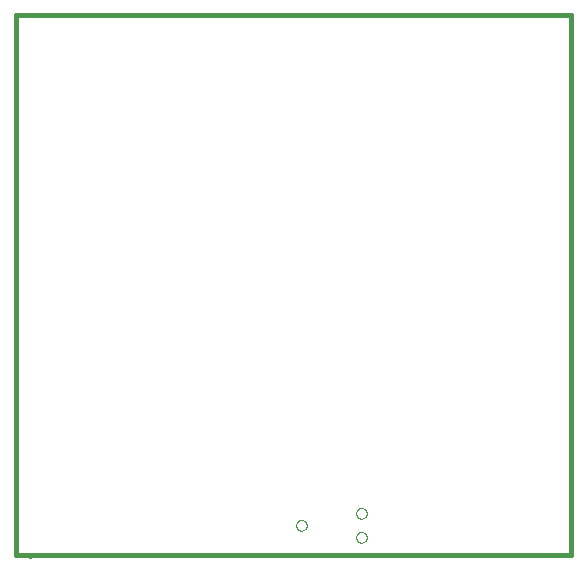
<source format=gbp>
G75*
%MOIN*%
%OFA0B0*%
%FSLAX25Y25*%
%IPPOS*%
%LPD*%
%AMOC8*
5,1,8,0,0,1.08239X$1,22.5*
%
%ADD10C,0.00000*%
%ADD11C,0.01600*%
D10*
X0005500Y0003008D02*
X0010500Y0002008D01*
X0098750Y0013008D02*
X0098752Y0013091D01*
X0098758Y0013174D01*
X0098768Y0013257D01*
X0098782Y0013339D01*
X0098799Y0013421D01*
X0098821Y0013501D01*
X0098846Y0013580D01*
X0098875Y0013658D01*
X0098908Y0013735D01*
X0098945Y0013810D01*
X0098984Y0013883D01*
X0099028Y0013954D01*
X0099074Y0014023D01*
X0099124Y0014090D01*
X0099177Y0014154D01*
X0099233Y0014216D01*
X0099292Y0014275D01*
X0099354Y0014331D01*
X0099418Y0014384D01*
X0099485Y0014434D01*
X0099554Y0014480D01*
X0099625Y0014524D01*
X0099698Y0014563D01*
X0099773Y0014600D01*
X0099850Y0014633D01*
X0099928Y0014662D01*
X0100007Y0014687D01*
X0100087Y0014709D01*
X0100169Y0014726D01*
X0100251Y0014740D01*
X0100334Y0014750D01*
X0100417Y0014756D01*
X0100500Y0014758D01*
X0100583Y0014756D01*
X0100666Y0014750D01*
X0100749Y0014740D01*
X0100831Y0014726D01*
X0100913Y0014709D01*
X0100993Y0014687D01*
X0101072Y0014662D01*
X0101150Y0014633D01*
X0101227Y0014600D01*
X0101302Y0014563D01*
X0101375Y0014524D01*
X0101446Y0014480D01*
X0101515Y0014434D01*
X0101582Y0014384D01*
X0101646Y0014331D01*
X0101708Y0014275D01*
X0101767Y0014216D01*
X0101823Y0014154D01*
X0101876Y0014090D01*
X0101926Y0014023D01*
X0101972Y0013954D01*
X0102016Y0013883D01*
X0102055Y0013810D01*
X0102092Y0013735D01*
X0102125Y0013658D01*
X0102154Y0013580D01*
X0102179Y0013501D01*
X0102201Y0013421D01*
X0102218Y0013339D01*
X0102232Y0013257D01*
X0102242Y0013174D01*
X0102248Y0013091D01*
X0102250Y0013008D01*
X0102248Y0012925D01*
X0102242Y0012842D01*
X0102232Y0012759D01*
X0102218Y0012677D01*
X0102201Y0012595D01*
X0102179Y0012515D01*
X0102154Y0012436D01*
X0102125Y0012358D01*
X0102092Y0012281D01*
X0102055Y0012206D01*
X0102016Y0012133D01*
X0101972Y0012062D01*
X0101926Y0011993D01*
X0101876Y0011926D01*
X0101823Y0011862D01*
X0101767Y0011800D01*
X0101708Y0011741D01*
X0101646Y0011685D01*
X0101582Y0011632D01*
X0101515Y0011582D01*
X0101446Y0011536D01*
X0101375Y0011492D01*
X0101302Y0011453D01*
X0101227Y0011416D01*
X0101150Y0011383D01*
X0101072Y0011354D01*
X0100993Y0011329D01*
X0100913Y0011307D01*
X0100831Y0011290D01*
X0100749Y0011276D01*
X0100666Y0011266D01*
X0100583Y0011260D01*
X0100500Y0011258D01*
X0100417Y0011260D01*
X0100334Y0011266D01*
X0100251Y0011276D01*
X0100169Y0011290D01*
X0100087Y0011307D01*
X0100007Y0011329D01*
X0099928Y0011354D01*
X0099850Y0011383D01*
X0099773Y0011416D01*
X0099698Y0011453D01*
X0099625Y0011492D01*
X0099554Y0011536D01*
X0099485Y0011582D01*
X0099418Y0011632D01*
X0099354Y0011685D01*
X0099292Y0011741D01*
X0099233Y0011800D01*
X0099177Y0011862D01*
X0099124Y0011926D01*
X0099074Y0011993D01*
X0099028Y0012062D01*
X0098984Y0012133D01*
X0098945Y0012206D01*
X0098908Y0012281D01*
X0098875Y0012358D01*
X0098846Y0012436D01*
X0098821Y0012515D01*
X0098799Y0012595D01*
X0098782Y0012677D01*
X0098768Y0012759D01*
X0098758Y0012842D01*
X0098752Y0012925D01*
X0098750Y0013008D01*
X0118750Y0009008D02*
X0118752Y0009091D01*
X0118758Y0009174D01*
X0118768Y0009257D01*
X0118782Y0009339D01*
X0118799Y0009421D01*
X0118821Y0009501D01*
X0118846Y0009580D01*
X0118875Y0009658D01*
X0118908Y0009735D01*
X0118945Y0009810D01*
X0118984Y0009883D01*
X0119028Y0009954D01*
X0119074Y0010023D01*
X0119124Y0010090D01*
X0119177Y0010154D01*
X0119233Y0010216D01*
X0119292Y0010275D01*
X0119354Y0010331D01*
X0119418Y0010384D01*
X0119485Y0010434D01*
X0119554Y0010480D01*
X0119625Y0010524D01*
X0119698Y0010563D01*
X0119773Y0010600D01*
X0119850Y0010633D01*
X0119928Y0010662D01*
X0120007Y0010687D01*
X0120087Y0010709D01*
X0120169Y0010726D01*
X0120251Y0010740D01*
X0120334Y0010750D01*
X0120417Y0010756D01*
X0120500Y0010758D01*
X0120583Y0010756D01*
X0120666Y0010750D01*
X0120749Y0010740D01*
X0120831Y0010726D01*
X0120913Y0010709D01*
X0120993Y0010687D01*
X0121072Y0010662D01*
X0121150Y0010633D01*
X0121227Y0010600D01*
X0121302Y0010563D01*
X0121375Y0010524D01*
X0121446Y0010480D01*
X0121515Y0010434D01*
X0121582Y0010384D01*
X0121646Y0010331D01*
X0121708Y0010275D01*
X0121767Y0010216D01*
X0121823Y0010154D01*
X0121876Y0010090D01*
X0121926Y0010023D01*
X0121972Y0009954D01*
X0122016Y0009883D01*
X0122055Y0009810D01*
X0122092Y0009735D01*
X0122125Y0009658D01*
X0122154Y0009580D01*
X0122179Y0009501D01*
X0122201Y0009421D01*
X0122218Y0009339D01*
X0122232Y0009257D01*
X0122242Y0009174D01*
X0122248Y0009091D01*
X0122250Y0009008D01*
X0122248Y0008925D01*
X0122242Y0008842D01*
X0122232Y0008759D01*
X0122218Y0008677D01*
X0122201Y0008595D01*
X0122179Y0008515D01*
X0122154Y0008436D01*
X0122125Y0008358D01*
X0122092Y0008281D01*
X0122055Y0008206D01*
X0122016Y0008133D01*
X0121972Y0008062D01*
X0121926Y0007993D01*
X0121876Y0007926D01*
X0121823Y0007862D01*
X0121767Y0007800D01*
X0121708Y0007741D01*
X0121646Y0007685D01*
X0121582Y0007632D01*
X0121515Y0007582D01*
X0121446Y0007536D01*
X0121375Y0007492D01*
X0121302Y0007453D01*
X0121227Y0007416D01*
X0121150Y0007383D01*
X0121072Y0007354D01*
X0120993Y0007329D01*
X0120913Y0007307D01*
X0120831Y0007290D01*
X0120749Y0007276D01*
X0120666Y0007266D01*
X0120583Y0007260D01*
X0120500Y0007258D01*
X0120417Y0007260D01*
X0120334Y0007266D01*
X0120251Y0007276D01*
X0120169Y0007290D01*
X0120087Y0007307D01*
X0120007Y0007329D01*
X0119928Y0007354D01*
X0119850Y0007383D01*
X0119773Y0007416D01*
X0119698Y0007453D01*
X0119625Y0007492D01*
X0119554Y0007536D01*
X0119485Y0007582D01*
X0119418Y0007632D01*
X0119354Y0007685D01*
X0119292Y0007741D01*
X0119233Y0007800D01*
X0119177Y0007862D01*
X0119124Y0007926D01*
X0119074Y0007993D01*
X0119028Y0008062D01*
X0118984Y0008133D01*
X0118945Y0008206D01*
X0118908Y0008281D01*
X0118875Y0008358D01*
X0118846Y0008436D01*
X0118821Y0008515D01*
X0118799Y0008595D01*
X0118782Y0008677D01*
X0118768Y0008759D01*
X0118758Y0008842D01*
X0118752Y0008925D01*
X0118750Y0009008D01*
X0118750Y0017008D02*
X0118752Y0017091D01*
X0118758Y0017174D01*
X0118768Y0017257D01*
X0118782Y0017339D01*
X0118799Y0017421D01*
X0118821Y0017501D01*
X0118846Y0017580D01*
X0118875Y0017658D01*
X0118908Y0017735D01*
X0118945Y0017810D01*
X0118984Y0017883D01*
X0119028Y0017954D01*
X0119074Y0018023D01*
X0119124Y0018090D01*
X0119177Y0018154D01*
X0119233Y0018216D01*
X0119292Y0018275D01*
X0119354Y0018331D01*
X0119418Y0018384D01*
X0119485Y0018434D01*
X0119554Y0018480D01*
X0119625Y0018524D01*
X0119698Y0018563D01*
X0119773Y0018600D01*
X0119850Y0018633D01*
X0119928Y0018662D01*
X0120007Y0018687D01*
X0120087Y0018709D01*
X0120169Y0018726D01*
X0120251Y0018740D01*
X0120334Y0018750D01*
X0120417Y0018756D01*
X0120500Y0018758D01*
X0120583Y0018756D01*
X0120666Y0018750D01*
X0120749Y0018740D01*
X0120831Y0018726D01*
X0120913Y0018709D01*
X0120993Y0018687D01*
X0121072Y0018662D01*
X0121150Y0018633D01*
X0121227Y0018600D01*
X0121302Y0018563D01*
X0121375Y0018524D01*
X0121446Y0018480D01*
X0121515Y0018434D01*
X0121582Y0018384D01*
X0121646Y0018331D01*
X0121708Y0018275D01*
X0121767Y0018216D01*
X0121823Y0018154D01*
X0121876Y0018090D01*
X0121926Y0018023D01*
X0121972Y0017954D01*
X0122016Y0017883D01*
X0122055Y0017810D01*
X0122092Y0017735D01*
X0122125Y0017658D01*
X0122154Y0017580D01*
X0122179Y0017501D01*
X0122201Y0017421D01*
X0122218Y0017339D01*
X0122232Y0017257D01*
X0122242Y0017174D01*
X0122248Y0017091D01*
X0122250Y0017008D01*
X0122248Y0016925D01*
X0122242Y0016842D01*
X0122232Y0016759D01*
X0122218Y0016677D01*
X0122201Y0016595D01*
X0122179Y0016515D01*
X0122154Y0016436D01*
X0122125Y0016358D01*
X0122092Y0016281D01*
X0122055Y0016206D01*
X0122016Y0016133D01*
X0121972Y0016062D01*
X0121926Y0015993D01*
X0121876Y0015926D01*
X0121823Y0015862D01*
X0121767Y0015800D01*
X0121708Y0015741D01*
X0121646Y0015685D01*
X0121582Y0015632D01*
X0121515Y0015582D01*
X0121446Y0015536D01*
X0121375Y0015492D01*
X0121302Y0015453D01*
X0121227Y0015416D01*
X0121150Y0015383D01*
X0121072Y0015354D01*
X0120993Y0015329D01*
X0120913Y0015307D01*
X0120831Y0015290D01*
X0120749Y0015276D01*
X0120666Y0015266D01*
X0120583Y0015260D01*
X0120500Y0015258D01*
X0120417Y0015260D01*
X0120334Y0015266D01*
X0120251Y0015276D01*
X0120169Y0015290D01*
X0120087Y0015307D01*
X0120007Y0015329D01*
X0119928Y0015354D01*
X0119850Y0015383D01*
X0119773Y0015416D01*
X0119698Y0015453D01*
X0119625Y0015492D01*
X0119554Y0015536D01*
X0119485Y0015582D01*
X0119418Y0015632D01*
X0119354Y0015685D01*
X0119292Y0015741D01*
X0119233Y0015800D01*
X0119177Y0015862D01*
X0119124Y0015926D01*
X0119074Y0015993D01*
X0119028Y0016062D01*
X0118984Y0016133D01*
X0118945Y0016206D01*
X0118908Y0016281D01*
X0118875Y0016358D01*
X0118846Y0016436D01*
X0118821Y0016515D01*
X0118799Y0016595D01*
X0118782Y0016677D01*
X0118768Y0016759D01*
X0118758Y0016842D01*
X0118752Y0016925D01*
X0118750Y0017008D01*
D11*
X0005500Y0003008D02*
X0005500Y0183008D01*
X0190500Y0183008D01*
X0190500Y0003008D01*
X0005500Y0003008D01*
M02*

</source>
